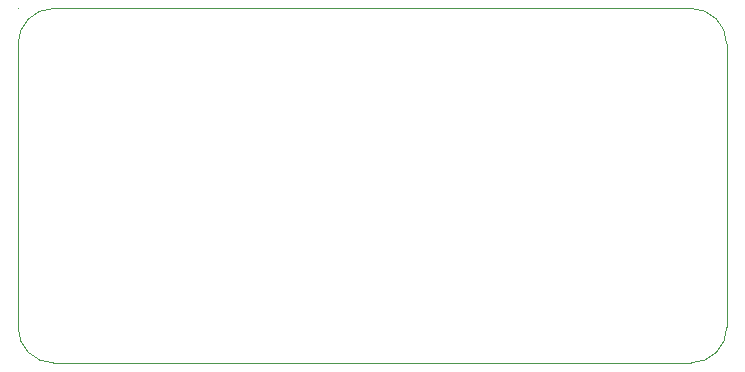
<source format=gbr>
G04 #@! TF.GenerationSoftware,KiCad,Pcbnew,(5.1.5-0-10_14)*
G04 #@! TF.CreationDate,2020-08-06T20:20:02-06:00*
G04 #@! TF.ProjectId,pcb,7063622e-6b69-4636-9164-5f7063625858,rev?*
G04 #@! TF.SameCoordinates,Original*
G04 #@! TF.FileFunction,Profile,NP*
%FSLAX46Y46*%
G04 Gerber Fmt 4.6, Leading zero omitted, Abs format (unit mm)*
G04 Created by KiCad (PCBNEW (5.1.5-0-10_14)) date 2020-08-06 20:20:02*
%MOMM*%
%LPD*%
G04 APERTURE LIST*
%ADD10C,0.050000*%
G04 APERTURE END LIST*
D10*
X97000000Y-55000000D02*
G75*
G02X100000000Y-58000000I0J-3000000D01*
G01*
X100000000Y-82000000D02*
G75*
G02X97000000Y-85000000I-3000000J0D01*
G01*
X43000000Y-85000000D02*
G75*
G02X40000000Y-82000000I0J3000000D01*
G01*
X40000000Y-58000000D02*
G75*
G02X43000000Y-55000000I3000000J0D01*
G01*
X40000000Y-80000000D02*
X40000000Y-82000000D01*
X43000000Y-55000000D02*
X48000000Y-55000000D01*
X40000000Y-55000000D02*
X40000000Y-55000000D01*
X47500000Y-85000000D02*
X48000000Y-85000000D01*
X43000000Y-85000000D02*
X47500000Y-85000000D01*
X40000000Y-58000000D02*
X40000000Y-80000000D01*
X97000000Y-55000000D02*
X48000000Y-55000000D01*
X97000000Y-85000000D02*
X48000000Y-85000000D01*
X100000000Y-58000000D02*
X100000000Y-82000000D01*
M02*

</source>
